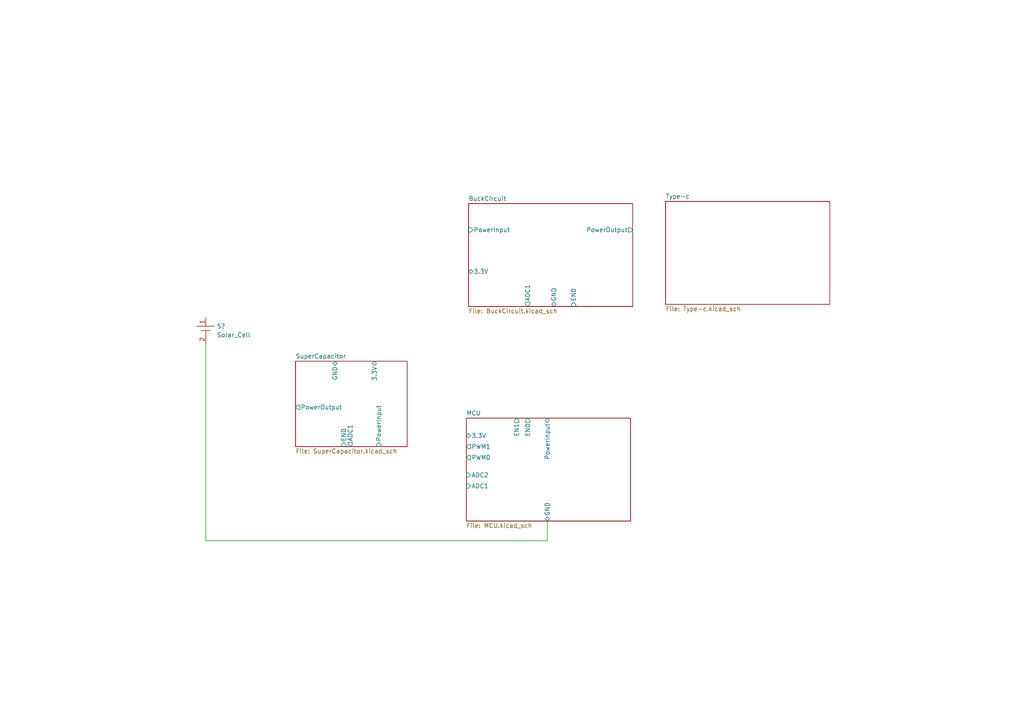
<source format=kicad_sch>
(kicad_sch (version 20211123) (generator eeschema)
  (paper "A4")
  (lib_symbols
    (symbol "SolarCharger:Solar_Cell"
      (property "Reference" "S" (at -3.81 0 0))
      (property "Value" "Solar_Cell" (at 7.62 0 0))
      (symbol "Solar_Cell_0_1"
        (polyline (pts (xy -2.54 1.27) (xy 2.54 1.27)))
        (polyline (pts (xy -1.27 0) (xy 1.27 0)))
        (polyline (pts (xy 0 0) (xy 0 -1.27)))
      )
      (symbol "Solar_Cell_1_1"
        (pin power_out line (at 0 3.81 270) (length 2.54) (name "") (number "1"))
        (pin power_out line (at 0 -3.81 90) (length 2.54) (name "") (number "2"))
      )
    )
  )
  (wire (pts (xy 59.69 156.845) (xy 158.75 156.845)))
  (wire (pts (xy 158.75 156.845) (xy 158.75 151.13)))
  (wire (pts (xy 59.69 99.695) (xy 59.69 156.845)))
  (symbol (lib_id "SolarCharger:Solar_Cell") (at 59.69 95.885 0) (unit 1)
    (property "Reference" "S?" (at 62.865 94.6149 0) (effects (justify left)))
    (property "Value" "Solar_Cell" (at 62.865 97.1549 0) (effects (justify left)))
    (property "Footprint" "SolarCharger:SolarCell" (effects hide))
  )
  (sheet (at 135.89 59.055) (size 47.625 29.845) (stroke (width 0.1524))
    (property "Sheet name" "BuckCircuit" (at 135.89 58.3434 0) (effects (justify left bottom)))
    (property "Sheet file" "BuckCircuit.kicad_sch" (at 135.89 89.4846 0) (effects (justify left top)))
    (pin "GND" bidirectional (at 160.655 88.9 270))
    (pin "PowerOutput" output (at 183.515 66.675 0))
    (pin "ADC1" output (at 153.035 88.9 270))
    (pin "3.3V" bidirectional (at 135.89 78.74 180))
    (pin "PowerInput" input (at 135.89 66.675 180))
    (pin "EN0" input (at 166.37 88.9 270))
  )
  (sheet (at 193.04 58.42) (size 47.625 29.845) (stroke (width 0.1524))
    (property "Sheet name" "Type-c" (at 193.04 57.7084 0) (effects (justify left bottom)))
    (property "Sheet file" "Type-c.kicad_sch" (at 193.04 88.8496 0) (effects (justify left top)))
  )
  (sheet (at 85.725 104.775) (size 32.385 24.765) (stroke (width 0.1524))
    (property "Sheet name" "SuperCapacitor" (at 85.725 104.0634 0) (effects (justify left bottom)))
    (property "Sheet file" "SuperCapacitor.kicad_sch" (at 85.725 130.1246 0) (effects (justify left top)))
    (pin "ADC1" output (at 101.6 129.54 270))
    (pin "3.3V" bidirectional (at 108.585 104.775 90))
    (pin "PowerInput" input (at 109.855 129.54 270))
    (pin "EN0" input (at 99.695 129.54 270))
    (pin "GND" bidirectional (at 97.155 104.775 90))
    (pin "PowerOutput" output (at 85.725 118.11 180))
  )
  (sheet (at 135.255 121.285) (size 47.625 29.845) (stroke (width 0.1524))
    (property "Sheet name" "MCU" (at 135.255 120.5734 0) (effects (justify left bottom)))
    (property "Sheet file" "MCU.kicad_sch" (at 135.255 151.7146 0) (effects (justify left top)))
    (pin "GND" bidirectional (at 158.75 151.13 270))
    (pin "PowerInput" bidirectional (at 158.75 121.285 90))
    (pin "ADC2" input (at 135.255 137.795 180))
    (pin "PWM1" output (at 135.255 129.54 180))
    (pin "ADC1" input (at 135.255 140.97 180))
    (pin "PWM0" output (at 135.255 132.715 180))
    (pin "3.3V" bidirectional (at 135.255 126.365 180))
    (pin "EN0" output (at 153.035 121.285 90))
    (pin "EN1" output (at 149.86 121.285 90))
  )
)
</source>
